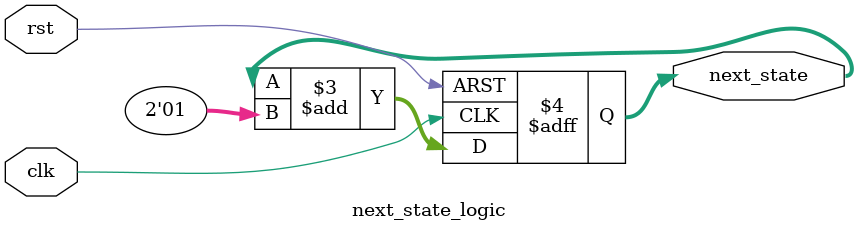
<source format=v>
`timescale 1ns / 1ps

module next_state_logic(
  input             clk,
  input             rst,
  output reg [1:0]  next_state
);

  always @ (posedge clk or negedge rst) begin
    if(!rst)
      next_state <= 2'b00;
    else
      next_state <= next_state + 2'b01;
  end
endmodule

</source>
